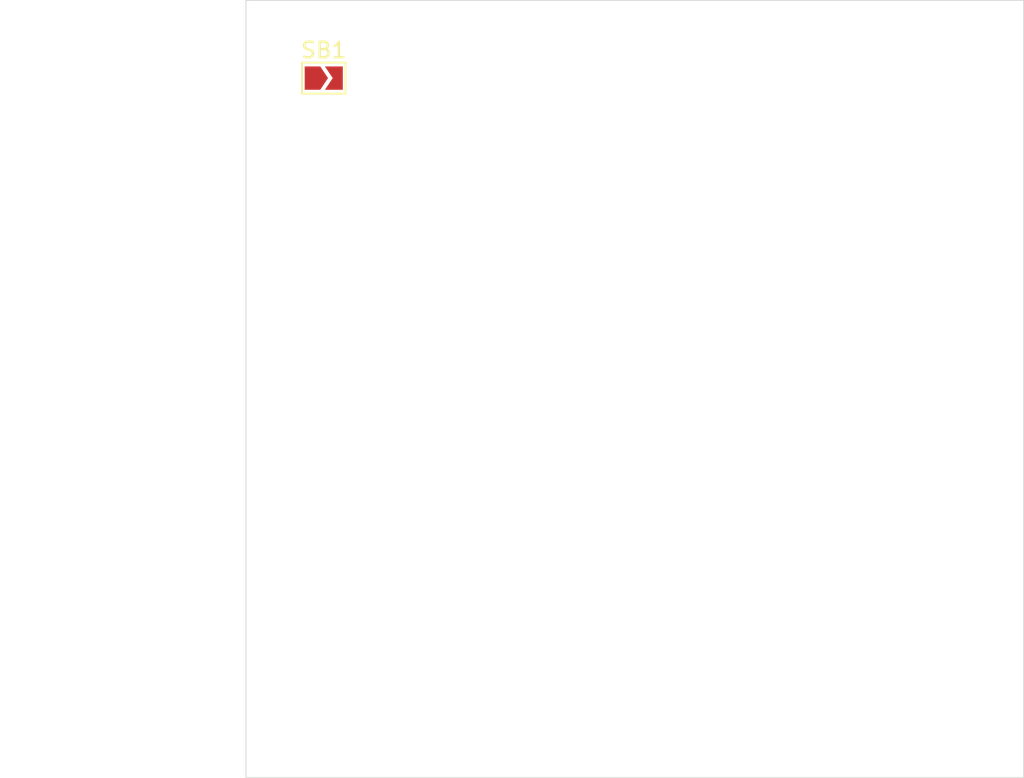
<source format=kicad_pcb>
(kicad_pcb (version 20200829) (generator pcbnew)

  (general
    (thickness 1.6)
  )

  (paper "A4")
  (layers
    (0 "F.Cu" signal)
    (31 "B.Cu" signal)
    (32 "B.Adhes" user)
    (33 "F.Adhes" user)
    (34 "B.Paste" user)
    (35 "F.Paste" user)
    (36 "B.SilkS" user)
    (37 "F.SilkS" user)
    (38 "B.Mask" user)
    (39 "F.Mask" user)
    (40 "Dwgs.User" user)
    (41 "Cmts.User" user)
    (42 "Eco1.User" user)
    (43 "Eco2.User" user)
    (44 "Edge.Cuts" user)
    (45 "Margin" user)
    (46 "B.CrtYd" user)
    (47 "F.CrtYd" user)
    (48 "B.Fab" user)
    (49 "F.Fab" user)
  )

  (setup
    (pcbplotparams
      (layerselection 0x010fc_ffffffff)
      (usegerberextensions false)
      (usegerberattributes true)
      (usegerberadvancedattributes true)
      (creategerberjobfile true)
      (svguseinch false)
      (svgprecision 6)
      (excludeedgelayer true)
      (linewidth 0.150000)
      (plotframeref false)
      (viasonmask false)
      (mode 1)
      (useauxorigin false)
      (hpglpennumber 1)
      (hpglpenspeed 20)
      (hpglpendiameter 15.000000)
      (psnegative false)
      (psa4output false)
      (plotreference true)
      (plotvalue true)
      (plotinvisibletext false)
      (sketchpadsonfab false)
      (subtractmaskfromsilk false)
      (outputformat 1)
      (mirror false)
      (drillshape 1)
      (scaleselection 1)
      (outputdirectory "")
    )
  )


  (net 0 "")

  (module "Jumper:SolderJumper-2_P1.3mm_Open_TrianglePad1.0x1.5mm" (layer "F.Cu") (tedit 5A64794F) (tstamp 45f71005-ae4b-4884-b6a3-eb67eece4a66)
    (at 55 55)
    (descr "SMD Solder Jumper, 1x1.5mm Triangular Pads, 0.3mm gap, open")
    (tags "solder jumper open")
    (attr exclude_from_pos_files exclude_from_bom)
    (fp_text reference "SB1" (at 0 -1.8) (layer "F.SilkS")
      (effects (font (size 1 1) (thickness 0.15)))
      (tstamp 920d4adc-c967-4af0-8187-11eef43919bd)
    )
    (fp_text value "SolderJumper-2_P1.3mm_Open_TrianglePad1.0x1.5mm" (at 0 1.9) (layer "F.Fab")
      (effects (font (size 1 1) (thickness 0.15)))
      (tstamp 9cbcb47a-cb17-49df-98a5-2ee0e09b9db2)
    )
    (fp_line (start -1.4 1) (end -1.4 -1) (layer "F.SilkS") (width 0.12) (tstamp 421b6989-a0a8-4ca9-aba2-096742614893))
    (fp_line (start 1.4 -1) (end 1.4 1) (layer "F.SilkS") (width 0.12) (tstamp 9265368b-fb29-4426-9ff3-5e450c586e6f))
    (fp_line (start 1.4 1) (end -1.4 1) (layer "F.SilkS") (width 0.12) (tstamp abada1f4-9fef-41eb-a371-594b0c5ff159))
    (fp_line (start -1.4 -1) (end 1.4 -1) (layer "F.SilkS") (width 0.12) (tstamp fba79c0f-cbb9-4f82-9dc8-56afbd8e27fc))
    (fp_line (start 1.65 1.25) (end -1.65 1.25) (layer "F.CrtYd") (width 0.05) (tstamp 267383d2-2581-47eb-8bca-88b2ba619d19))
    (fp_line (start -1.65 -1.25) (end 1.65 -1.25) (layer "F.CrtYd") (width 0.05) (tstamp 5102f76a-c878-44bc-9d75-bfd6582ac9e4))
    (fp_line (start -1.65 -1.25) (end -1.65 1.25) (layer "F.CrtYd") (width 0.05) (tstamp 711987ed-ea86-4296-af4a-9fbd6d608e10))
    (fp_line (start 1.65 1.25) (end 1.65 -1.25) (layer "F.CrtYd") (width 0.05) (tstamp a9960b84-0016-42a2-9d36-98c678386c44))
    (pad "1" smd custom (at -0.725 0) (size 0.3 0.3) (layers "F.Cu" "F.Mask")
      (zone_connect 2)
      (options (clearance outline) (anchor rect))
      (primitives
        (gr_poly (pts
          (xy -0.5 -0.75)
          (xy 0.5 -0.75)
          (xy 1 0)
          (xy 0.5 0.75)
          (xy -0.5 0.75)
) (width 0))
      ) (tstamp e59d970d-034f-45b4-8ede-1d68d925f15c))
    (pad "2" smd custom (at 0.725 0) (size 0.3 0.3) (layers "F.Cu" "F.Mask")
      (zone_connect 2)
      (options (clearance outline) (anchor rect))
      (primitives
        (gr_poly (pts
          (xy -0.65 -0.75)
          (xy 0.5 -0.75)
          (xy 0.5 0.75)
          (xy -0.65 0.75)
          (xy -0.15 0)
) (width 0))
      ) (tstamp 9ac25e5d-8bf8-408a-8326-0eace0c875f1))
  )

  (gr_rect (start 50 50) (end 100 100) (layer "Edge.Cuts") (width 0.05) (tstamp 140d541f-fd45-4b34-9b91-43b10f43e3f9))

)

</source>
